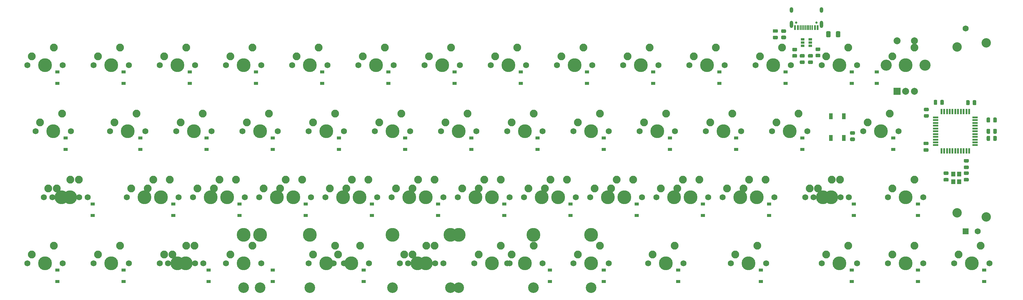
<source format=gbr>
%TF.GenerationSoftware,KiCad,Pcbnew,(5.1.9)-1*%
%TF.CreationDate,2021-09-16T08:02:45-07:00*%
%TF.ProjectId,letItSlide,6c657449-7453-46c6-9964-652e6b696361,rev?*%
%TF.SameCoordinates,Original*%
%TF.FileFunction,Soldermask,Bot*%
%TF.FilePolarity,Negative*%
%FSLAX46Y46*%
G04 Gerber Fmt 4.6, Leading zero omitted, Abs format (unit mm)*
G04 Created by KiCad (PCBNEW (5.1.9)-1) date 2021-09-16 08:02:45*
%MOMM*%
%LPD*%
G01*
G04 APERTURE LIST*
%ADD10R,1.200000X1.400000*%
%ADD11R,0.600000X1.450000*%
%ADD12R,0.300000X1.450000*%
%ADD13O,1.000000X2.100000*%
%ADD14C,0.650000*%
%ADD15O,1.000000X1.600000*%
%ADD16C,2.700000*%
%ADD17C,1.750000*%
%ADD18R,1.750000X1.750000*%
%ADD19R,1.060000X0.650000*%
%ADD20R,2.000000X2.000000*%
%ADD21C,2.000000*%
%ADD22C,3.200000*%
%ADD23R,1.100000X1.800000*%
%ADD24R,0.550000X1.500000*%
%ADD25R,1.500000X0.550000*%
%ADD26C,3.987800*%
%ADD27C,3.048000*%
%ADD28C,2.250000*%
%ADD29R,1.200000X0.900000*%
G04 APERTURE END LIST*
D10*
%TO.C,Y1*%
X289240000Y-59780000D03*
X289240000Y-57580000D03*
X287540000Y-57580000D03*
X287540000Y-59780000D03*
%TD*%
%TO.C,C10*%
G36*
G01*
X290815000Y-58720000D02*
X291765000Y-58720000D01*
G75*
G02*
X292015000Y-58970000I0J-250000D01*
G01*
X292015000Y-59470000D01*
G75*
G02*
X291765000Y-59720000I-250000J0D01*
G01*
X290815000Y-59720000D01*
G75*
G02*
X290565000Y-59470000I0J250000D01*
G01*
X290565000Y-58970000D01*
G75*
G02*
X290815000Y-58720000I250000J0D01*
G01*
G37*
G36*
G01*
X290815000Y-56820000D02*
X291765000Y-56820000D01*
G75*
G02*
X292015000Y-57070000I0J-250000D01*
G01*
X292015000Y-57570000D01*
G75*
G02*
X291765000Y-57820000I-250000J0D01*
G01*
X290815000Y-57820000D01*
G75*
G02*
X290565000Y-57570000I0J250000D01*
G01*
X290565000Y-57070000D01*
G75*
G02*
X290815000Y-56820000I250000J0D01*
G01*
G37*
%TD*%
%TO.C,C9*%
G36*
G01*
X285945000Y-57830000D02*
X284995000Y-57830000D01*
G75*
G02*
X284745000Y-57580000I0J250000D01*
G01*
X284745000Y-57080000D01*
G75*
G02*
X284995000Y-56830000I250000J0D01*
G01*
X285945000Y-56830000D01*
G75*
G02*
X286195000Y-57080000I0J-250000D01*
G01*
X286195000Y-57580000D01*
G75*
G02*
X285945000Y-57830000I-250000J0D01*
G01*
G37*
G36*
G01*
X285945000Y-59730000D02*
X284995000Y-59730000D01*
G75*
G02*
X284745000Y-59480000I0J250000D01*
G01*
X284745000Y-58980000D01*
G75*
G02*
X284995000Y-58730000I250000J0D01*
G01*
X285945000Y-58730000D01*
G75*
G02*
X286195000Y-58980000I0J-250000D01*
G01*
X286195000Y-59480000D01*
G75*
G02*
X285945000Y-59730000I-250000J0D01*
G01*
G37*
%TD*%
D11*
%TO.C,USB1*%
X248518956Y-15355947D03*
X247718956Y-15355947D03*
X242818956Y-15355947D03*
X242018956Y-15355947D03*
X242018956Y-15355947D03*
X242818956Y-15355947D03*
X247718956Y-15355947D03*
X248518956Y-15355947D03*
D12*
X243518956Y-15355947D03*
X244018956Y-15355947D03*
X244518956Y-15355947D03*
X245518956Y-15355947D03*
X246018956Y-15355947D03*
X246518956Y-15355947D03*
X247018956Y-15355947D03*
X245018956Y-15355947D03*
D13*
X249588956Y-14440947D03*
X240948956Y-14440947D03*
D14*
X242378956Y-13910947D03*
D15*
X240948956Y-10260947D03*
D14*
X248158956Y-13910947D03*
D15*
X249588956Y-10260947D03*
%TD*%
D16*
%TO.C,SLIDE1*%
X297058057Y-19727500D03*
X297058057Y-69927500D03*
X288658057Y-20927500D03*
X288658057Y-68727500D03*
D17*
X291108057Y-15577500D03*
X294608057Y-74077500D03*
D18*
X291108057Y-74077500D03*
%TD*%
D19*
%TO.C,U1*%
X244168956Y-19645329D03*
X244168956Y-18695329D03*
X244168956Y-20595329D03*
X246368956Y-20595329D03*
X246368956Y-19645329D03*
X246368956Y-18695329D03*
%TD*%
%TO.C,R4*%
G36*
G01*
X239170515Y-16864077D02*
X238270511Y-16864077D01*
G75*
G02*
X238020513Y-16614079I0J249998D01*
G01*
X238020513Y-16089075D01*
G75*
G02*
X238270511Y-15839077I249998J0D01*
G01*
X239170515Y-15839077D01*
G75*
G02*
X239420513Y-16089075I0J-249998D01*
G01*
X239420513Y-16614079D01*
G75*
G02*
X239170515Y-16864077I-249998J0D01*
G01*
G37*
G36*
G01*
X239170515Y-18689077D02*
X238270511Y-18689077D01*
G75*
G02*
X238020513Y-18439079I0J249998D01*
G01*
X238020513Y-17914075D01*
G75*
G02*
X238270511Y-17664077I249998J0D01*
G01*
X239170515Y-17664077D01*
G75*
G02*
X239420513Y-17914075I0J-249998D01*
G01*
X239420513Y-18439079D01*
G75*
G02*
X239170515Y-18689077I-249998J0D01*
G01*
G37*
%TD*%
%TO.C,C1*%
G36*
G01*
X236814261Y-16814077D02*
X235864261Y-16814077D01*
G75*
G02*
X235614261Y-16564077I0J250000D01*
G01*
X235614261Y-16064077D01*
G75*
G02*
X235864261Y-15814077I250000J0D01*
G01*
X236814261Y-15814077D01*
G75*
G02*
X237064261Y-16064077I0J-250000D01*
G01*
X237064261Y-16564077D01*
G75*
G02*
X236814261Y-16814077I-250000J0D01*
G01*
G37*
G36*
G01*
X236814261Y-18714077D02*
X235864261Y-18714077D01*
G75*
G02*
X235614261Y-18464077I0J250000D01*
G01*
X235614261Y-17964077D01*
G75*
G02*
X235864261Y-17714077I250000J0D01*
G01*
X236814261Y-17714077D01*
G75*
G02*
X237064261Y-17964077I0J-250000D01*
G01*
X237064261Y-18464077D01*
G75*
G02*
X236814261Y-18714077I-250000J0D01*
G01*
G37*
%TD*%
D20*
%TO.C,RE1*%
X271349700Y-33694392D03*
D21*
X273849700Y-33694392D03*
X276349700Y-33694392D03*
D22*
X268249700Y-26194392D03*
X279449700Y-26194392D03*
D21*
X271349700Y-19194392D03*
X276349700Y-19194392D03*
%TD*%
D23*
%TO.C,SW1*%
X256048651Y-47153162D03*
X256048651Y-40953162D03*
X252348651Y-47153162D03*
X252348651Y-40953162D03*
%TD*%
%TO.C,R3*%
G36*
G01*
X249050002Y-22087500D02*
X248149998Y-22087500D01*
G75*
G02*
X247900000Y-21837502I0J249998D01*
G01*
X247900000Y-21312498D01*
G75*
G02*
X248149998Y-21062500I249998J0D01*
G01*
X249050002Y-21062500D01*
G75*
G02*
X249300000Y-21312498I0J-249998D01*
G01*
X249300000Y-21837502D01*
G75*
G02*
X249050002Y-22087500I-249998J0D01*
G01*
G37*
G36*
G01*
X249050002Y-23912500D02*
X248149998Y-23912500D01*
G75*
G02*
X247900000Y-23662502I0J249998D01*
G01*
X247900000Y-23137498D01*
G75*
G02*
X248149998Y-22887500I249998J0D01*
G01*
X249050002Y-22887500D01*
G75*
G02*
X249300000Y-23137498I0J-249998D01*
G01*
X249300000Y-23662502D01*
G75*
G02*
X249050002Y-23912500I-249998J0D01*
G01*
G37*
%TD*%
%TO.C,R1*%
G36*
G01*
X242350002Y-22187500D02*
X241449998Y-22187500D01*
G75*
G02*
X241200000Y-21937502I0J249998D01*
G01*
X241200000Y-21412498D01*
G75*
G02*
X241449998Y-21162500I249998J0D01*
G01*
X242350002Y-21162500D01*
G75*
G02*
X242600000Y-21412498I0J-249998D01*
G01*
X242600000Y-21937502D01*
G75*
G02*
X242350002Y-22187500I-249998J0D01*
G01*
G37*
G36*
G01*
X242350002Y-24012500D02*
X241449998Y-24012500D01*
G75*
G02*
X241200000Y-23762502I0J249998D01*
G01*
X241200000Y-23237498D01*
G75*
G02*
X241449998Y-22987500I249998J0D01*
G01*
X242350002Y-22987500D01*
G75*
G02*
X242600000Y-23237498I0J-249998D01*
G01*
X242600000Y-23762502D01*
G75*
G02*
X242350002Y-24012500I-249998J0D01*
G01*
G37*
%TD*%
%TO.C,R7*%
G36*
G01*
X279347108Y-40285971D02*
X280247112Y-40285971D01*
G75*
G02*
X280497110Y-40535969I0J-249998D01*
G01*
X280497110Y-41060973D01*
G75*
G02*
X280247112Y-41310971I-249998J0D01*
G01*
X279347108Y-41310971D01*
G75*
G02*
X279097110Y-41060973I0J249998D01*
G01*
X279097110Y-40535969D01*
G75*
G02*
X279347108Y-40285971I249998J0D01*
G01*
G37*
G36*
G01*
X279347108Y-38460971D02*
X280247112Y-38460971D01*
G75*
G02*
X280497110Y-38710969I0J-249998D01*
G01*
X280497110Y-39235973D01*
G75*
G02*
X280247112Y-39485971I-249998J0D01*
G01*
X279347108Y-39485971D01*
G75*
G02*
X279097110Y-39235973I0J249998D01*
G01*
X279097110Y-38710969D01*
G75*
G02*
X279347108Y-38460971I249998J0D01*
G01*
G37*
%TD*%
%TO.C,R6*%
G36*
G01*
X244528332Y-24007833D02*
X243628328Y-24007833D01*
G75*
G02*
X243378330Y-23757835I0J249998D01*
G01*
X243378330Y-23232831D01*
G75*
G02*
X243628328Y-22982833I249998J0D01*
G01*
X244528332Y-22982833D01*
G75*
G02*
X244778330Y-23232831I0J-249998D01*
G01*
X244778330Y-23757835D01*
G75*
G02*
X244528332Y-24007833I-249998J0D01*
G01*
G37*
G36*
G01*
X244528332Y-25832833D02*
X243628328Y-25832833D01*
G75*
G02*
X243378330Y-25582835I0J249998D01*
G01*
X243378330Y-25057831D01*
G75*
G02*
X243628328Y-24807833I249998J0D01*
G01*
X244528332Y-24807833D01*
G75*
G02*
X244778330Y-25057831I0J-249998D01*
G01*
X244778330Y-25582835D01*
G75*
G02*
X244528332Y-25832833I-249998J0D01*
G01*
G37*
%TD*%
%TO.C,R5*%
G36*
G01*
X246909584Y-24007833D02*
X246009580Y-24007833D01*
G75*
G02*
X245759582Y-23757835I0J249998D01*
G01*
X245759582Y-23232831D01*
G75*
G02*
X246009580Y-22982833I249998J0D01*
G01*
X246909584Y-22982833D01*
G75*
G02*
X247159582Y-23232831I0J-249998D01*
G01*
X247159582Y-23757835D01*
G75*
G02*
X246909584Y-24007833I-249998J0D01*
G01*
G37*
G36*
G01*
X246909584Y-25832833D02*
X246009580Y-25832833D01*
G75*
G02*
X245759582Y-25582835I0J249998D01*
G01*
X245759582Y-25057831D01*
G75*
G02*
X246009580Y-24807833I249998J0D01*
G01*
X246909584Y-24807833D01*
G75*
G02*
X247159582Y-25057831I0J-249998D01*
G01*
X247159582Y-25582835D01*
G75*
G02*
X246909584Y-25832833I-249998J0D01*
G01*
G37*
%TD*%
%TO.C,R2*%
G36*
G01*
X259000002Y-46250000D02*
X258099998Y-46250000D01*
G75*
G02*
X257850000Y-46000002I0J249998D01*
G01*
X257850000Y-45474998D01*
G75*
G02*
X258099998Y-45225000I249998J0D01*
G01*
X259000002Y-45225000D01*
G75*
G02*
X259250000Y-45474998I0J-249998D01*
G01*
X259250000Y-46000002D01*
G75*
G02*
X259000002Y-46250000I-249998J0D01*
G01*
G37*
G36*
G01*
X259000002Y-48075000D02*
X258099998Y-48075000D01*
G75*
G02*
X257850000Y-47825002I0J249998D01*
G01*
X257850000Y-47299998D01*
G75*
G02*
X258099998Y-47050000I249998J0D01*
G01*
X259000002Y-47050000D01*
G75*
G02*
X259250000Y-47299998I0J-249998D01*
G01*
X259250000Y-47825002D01*
G75*
G02*
X259000002Y-48075000I-249998J0D01*
G01*
G37*
%TD*%
%TO.C,F1*%
G36*
G01*
X252233025Y-16639077D02*
X252233025Y-17889077D01*
G75*
G02*
X251983025Y-18139077I-250000J0D01*
G01*
X251233025Y-18139077D01*
G75*
G02*
X250983025Y-17889077I0J250000D01*
G01*
X250983025Y-16639077D01*
G75*
G02*
X251233025Y-16389077I250000J0D01*
G01*
X251983025Y-16389077D01*
G75*
G02*
X252233025Y-16639077I0J-250000D01*
G01*
G37*
G36*
G01*
X255033025Y-16639077D02*
X255033025Y-17889077D01*
G75*
G02*
X254783025Y-18139077I-250000J0D01*
G01*
X254033025Y-18139077D01*
G75*
G02*
X253783025Y-17889077I0J250000D01*
G01*
X253783025Y-16639077D01*
G75*
G02*
X254033025Y-16389077I250000J0D01*
G01*
X254783025Y-16389077D01*
G75*
G02*
X255033025Y-16639077I0J-250000D01*
G01*
G37*
%TD*%
%TO.C,C8*%
G36*
G01*
X283818988Y-37384406D02*
X283818988Y-36434406D01*
G75*
G02*
X284068988Y-36184406I250000J0D01*
G01*
X284568988Y-36184406D01*
G75*
G02*
X284818988Y-36434406I0J-250000D01*
G01*
X284818988Y-37384406D01*
G75*
G02*
X284568988Y-37634406I-250000J0D01*
G01*
X284068988Y-37634406D01*
G75*
G02*
X283818988Y-37384406I0J250000D01*
G01*
G37*
G36*
G01*
X281918988Y-37384406D02*
X281918988Y-36434406D01*
G75*
G02*
X282168988Y-36184406I250000J0D01*
G01*
X282668988Y-36184406D01*
G75*
G02*
X282918988Y-36434406I0J-250000D01*
G01*
X282918988Y-37384406D01*
G75*
G02*
X282668988Y-37634406I-250000J0D01*
G01*
X282168988Y-37634406D01*
G75*
G02*
X281918988Y-37384406I0J250000D01*
G01*
G37*
%TD*%
%TO.C,C7*%
G36*
G01*
X279225000Y-50150000D02*
X280175000Y-50150000D01*
G75*
G02*
X280425000Y-50400000I0J-250000D01*
G01*
X280425000Y-50900000D01*
G75*
G02*
X280175000Y-51150000I-250000J0D01*
G01*
X279225000Y-51150000D01*
G75*
G02*
X278975000Y-50900000I0J250000D01*
G01*
X278975000Y-50400000D01*
G75*
G02*
X279225000Y-50150000I250000J0D01*
G01*
G37*
G36*
G01*
X279225000Y-48250000D02*
X280175000Y-48250000D01*
G75*
G02*
X280425000Y-48500000I0J-250000D01*
G01*
X280425000Y-49000000D01*
G75*
G02*
X280175000Y-49250000I-250000J0D01*
G01*
X279225000Y-49250000D01*
G75*
G02*
X278975000Y-49000000I0J250000D01*
G01*
X278975000Y-48500000D01*
G75*
G02*
X279225000Y-48250000I250000J0D01*
G01*
G37*
%TD*%
%TO.C,C6*%
G36*
G01*
X299050000Y-47775000D02*
X299050000Y-46825000D01*
G75*
G02*
X299300000Y-46575000I250000J0D01*
G01*
X299800000Y-46575000D01*
G75*
G02*
X300050000Y-46825000I0J-250000D01*
G01*
X300050000Y-47775000D01*
G75*
G02*
X299800000Y-48025000I-250000J0D01*
G01*
X299300000Y-48025000D01*
G75*
G02*
X299050000Y-47775000I0J250000D01*
G01*
G37*
G36*
G01*
X297150000Y-47775000D02*
X297150000Y-46825000D01*
G75*
G02*
X297400000Y-46575000I250000J0D01*
G01*
X297900000Y-46575000D01*
G75*
G02*
X298150000Y-46825000I0J-250000D01*
G01*
X298150000Y-47775000D01*
G75*
G02*
X297900000Y-48025000I-250000J0D01*
G01*
X297400000Y-48025000D01*
G75*
G02*
X297150000Y-47775000I0J250000D01*
G01*
G37*
%TD*%
%TO.C,C5*%
G36*
G01*
X299050000Y-42475000D02*
X299050000Y-41525000D01*
G75*
G02*
X299300000Y-41275000I250000J0D01*
G01*
X299800000Y-41275000D01*
G75*
G02*
X300050000Y-41525000I0J-250000D01*
G01*
X300050000Y-42475000D01*
G75*
G02*
X299800000Y-42725000I-250000J0D01*
G01*
X299300000Y-42725000D01*
G75*
G02*
X299050000Y-42475000I0J250000D01*
G01*
G37*
G36*
G01*
X297150000Y-42475000D02*
X297150000Y-41525000D01*
G75*
G02*
X297400000Y-41275000I250000J0D01*
G01*
X297900000Y-41275000D01*
G75*
G02*
X298150000Y-41525000I0J-250000D01*
G01*
X298150000Y-42475000D01*
G75*
G02*
X297900000Y-42725000I-250000J0D01*
G01*
X297400000Y-42725000D01*
G75*
G02*
X297150000Y-42475000I0J250000D01*
G01*
G37*
%TD*%
%TO.C,C4*%
G36*
G01*
X290825000Y-55150000D02*
X291775000Y-55150000D01*
G75*
G02*
X292025000Y-55400000I0J-250000D01*
G01*
X292025000Y-55900000D01*
G75*
G02*
X291775000Y-56150000I-250000J0D01*
G01*
X290825000Y-56150000D01*
G75*
G02*
X290575000Y-55900000I0J250000D01*
G01*
X290575000Y-55400000D01*
G75*
G02*
X290825000Y-55150000I250000J0D01*
G01*
G37*
G36*
G01*
X290825000Y-53250000D02*
X291775000Y-53250000D01*
G75*
G02*
X292025000Y-53500000I0J-250000D01*
G01*
X292025000Y-54000000D01*
G75*
G02*
X291775000Y-54250000I-250000J0D01*
G01*
X290825000Y-54250000D01*
G75*
G02*
X290575000Y-54000000I0J250000D01*
G01*
X290575000Y-53500000D01*
G75*
G02*
X290825000Y-53250000I250000J0D01*
G01*
G37*
%TD*%
%TO.C,C3*%
G36*
G01*
X292250000Y-36525000D02*
X292250000Y-37475000D01*
G75*
G02*
X292000000Y-37725000I-250000J0D01*
G01*
X291500000Y-37725000D01*
G75*
G02*
X291250000Y-37475000I0J250000D01*
G01*
X291250000Y-36525000D01*
G75*
G02*
X291500000Y-36275000I250000J0D01*
G01*
X292000000Y-36275000D01*
G75*
G02*
X292250000Y-36525000I0J-250000D01*
G01*
G37*
G36*
G01*
X294150000Y-36525000D02*
X294150000Y-37475000D01*
G75*
G02*
X293900000Y-37725000I-250000J0D01*
G01*
X293400000Y-37725000D01*
G75*
G02*
X293150000Y-37475000I0J250000D01*
G01*
X293150000Y-36525000D01*
G75*
G02*
X293400000Y-36275000I250000J0D01*
G01*
X293900000Y-36275000D01*
G75*
G02*
X294150000Y-36525000I0J-250000D01*
G01*
G37*
%TD*%
%TO.C,C2*%
G36*
G01*
X299056499Y-45718788D02*
X299056499Y-44768788D01*
G75*
G02*
X299306499Y-44518788I250000J0D01*
G01*
X299806499Y-44518788D01*
G75*
G02*
X300056499Y-44768788I0J-250000D01*
G01*
X300056499Y-45718788D01*
G75*
G02*
X299806499Y-45968788I-250000J0D01*
G01*
X299306499Y-45968788D01*
G75*
G02*
X299056499Y-45718788I0J250000D01*
G01*
G37*
G36*
G01*
X297156499Y-45718788D02*
X297156499Y-44768788D01*
G75*
G02*
X297406499Y-44518788I250000J0D01*
G01*
X297906499Y-44518788D01*
G75*
G02*
X298156499Y-44768788I0J-250000D01*
G01*
X298156499Y-45718788D01*
G75*
G02*
X297906499Y-45968788I-250000J0D01*
G01*
X297406499Y-45968788D01*
G75*
G02*
X297156499Y-45718788I0J250000D01*
G01*
G37*
%TD*%
D24*
%TO.C,U2*%
X292131492Y-39543788D03*
X291331492Y-39543788D03*
X290531492Y-39543788D03*
X289731492Y-39543788D03*
X288931492Y-39543788D03*
X288131492Y-39543788D03*
X287331492Y-39543788D03*
X286531492Y-39543788D03*
X285731492Y-39543788D03*
X284931492Y-39543788D03*
X284131492Y-39543788D03*
D25*
X282431492Y-41243788D03*
X282431492Y-42043788D03*
X282431492Y-42843788D03*
X282431492Y-43643788D03*
X282431492Y-44443788D03*
X282431492Y-45243788D03*
X282431492Y-46043788D03*
X282431492Y-46843788D03*
X282431492Y-47643788D03*
X282431492Y-48443788D03*
X282431492Y-49243788D03*
D24*
X284131492Y-50943788D03*
X284931492Y-50943788D03*
X285731492Y-50943788D03*
X286531492Y-50943788D03*
X287331492Y-50943788D03*
X288131492Y-50943788D03*
X288931492Y-50943788D03*
X289731492Y-50943788D03*
X290531492Y-50943788D03*
X291331492Y-50943788D03*
X292131492Y-50943788D03*
D25*
X293831492Y-49243788D03*
X293831492Y-48443788D03*
X293831492Y-47643788D03*
X293831492Y-46843788D03*
X293831492Y-46043788D03*
X293831492Y-45243788D03*
X293831492Y-44443788D03*
X293831492Y-43643788D03*
X293831492Y-42843788D03*
X293831492Y-42043788D03*
X293831492Y-41243788D03*
%TD*%
D26*
%TO.C,MX44-6u1*%
X183356820Y-75089100D03*
X88106820Y-75089100D03*
D27*
X183356820Y-90329100D03*
X88106820Y-90329100D03*
D17*
X140811820Y-83344100D03*
X130651820Y-83344100D03*
D28*
X131921820Y-80804100D03*
D26*
X135731820Y-83344100D03*
D28*
X138271820Y-78264100D03*
%TD*%
%TO.C,MX44-6.25u1*%
X135890560Y-78264100D03*
D26*
X133350560Y-83344100D03*
D28*
X129540560Y-80804100D03*
D17*
X128270560Y-83344100D03*
X138430560Y-83344100D03*
D27*
X83350660Y-90329100D03*
X183350460Y-90329100D03*
D26*
X83350660Y-75089100D03*
X183350460Y-75089100D03*
%TD*%
D28*
%TO.C,MX44-3u1*%
X109696340Y-78263820D03*
X103346340Y-80803820D03*
D26*
X107156340Y-83343820D03*
D17*
X102076340Y-83343820D03*
X112236340Y-83343820D03*
D27*
X88106340Y-90328820D03*
X126206340Y-90328820D03*
D26*
X88106340Y-75088820D03*
X126206340Y-75088820D03*
%TD*%
D28*
%TO.C,MX45-3u1*%
X166846388Y-78263820D03*
X160496388Y-80803820D03*
D26*
X164306388Y-83343820D03*
D17*
X159226388Y-83343820D03*
X169386388Y-83343820D03*
D27*
X145256388Y-90328820D03*
X183356388Y-90328820D03*
D26*
X145256388Y-75088820D03*
X183356388Y-75088820D03*
%TD*%
D28*
%TO.C,MX42-1.25u1*%
X69215280Y-78264100D03*
D26*
X66675280Y-83344100D03*
D28*
X62865280Y-80804100D03*
D17*
X61595280Y-83344100D03*
X71755280Y-83344100D03*
%TD*%
%TO.C,MX30*%
X102711661Y-64294020D03*
X92551661Y-64294020D03*
D28*
X93821661Y-61754020D03*
D26*
X97631661Y-64294020D03*
D28*
X100171661Y-59214020D03*
%TD*%
D17*
%TO.C,MX37*%
X236062220Y-64294020D03*
X225902220Y-64294020D03*
D28*
X227172220Y-61754020D03*
D26*
X230982220Y-64294020D03*
D28*
X233522220Y-59214020D03*
%TD*%
D17*
%TO.C,MX35*%
X197962060Y-64294020D03*
X187802060Y-64294020D03*
D28*
X189072060Y-61754020D03*
D26*
X192882060Y-64294020D03*
D28*
X195422060Y-59214020D03*
%TD*%
D17*
%TO.C,MX33*%
X159861900Y-64294020D03*
X149701900Y-64294020D03*
D28*
X150971900Y-61754020D03*
D26*
X154781900Y-64294020D03*
D28*
X157321900Y-59214020D03*
%TD*%
D17*
%TO.C,MX31*%
X121761740Y-64294020D03*
X111601740Y-64294020D03*
D28*
X112871740Y-61754020D03*
D26*
X116681740Y-64294020D03*
D28*
X119221740Y-59214020D03*
%TD*%
D17*
%TO.C,MX29*%
X83661580Y-64294020D03*
X73501580Y-64294020D03*
D28*
X74771580Y-61754020D03*
D26*
X78581580Y-64294020D03*
D28*
X81121580Y-59214020D03*
%TD*%
D17*
%TO.C,MX36*%
X217012140Y-64294020D03*
X206852140Y-64294020D03*
D28*
X208122140Y-61754020D03*
D26*
X211932140Y-64294020D03*
D28*
X214472140Y-59214020D03*
%TD*%
D17*
%TO.C,MX32*%
X140811820Y-64294020D03*
X130651820Y-64294020D03*
D28*
X131921820Y-61754020D03*
D26*
X135731820Y-64294020D03*
D28*
X138271820Y-59214020D03*
%TD*%
D17*
%TO.C,MX34*%
X178911981Y-64294020D03*
X168751981Y-64294020D03*
D28*
X170021981Y-61754020D03*
D26*
X173831981Y-64294020D03*
D28*
X176371981Y-59214020D03*
%TD*%
D17*
%TO.C,MX28*%
X64611500Y-64294020D03*
X54451500Y-64294020D03*
D28*
X55721500Y-61754020D03*
D26*
X59531500Y-64294020D03*
D28*
X62071500Y-59214020D03*
%TD*%
%TO.C,MX37*%
X228759700Y-59214020D03*
D26*
X226219700Y-64294020D03*
D28*
X222409700Y-61754020D03*
D17*
X221139700Y-64294020D03*
X231299700Y-64294020D03*
%TD*%
D28*
%TO.C,MX36*%
X209709620Y-59214020D03*
D26*
X207169620Y-64294020D03*
D28*
X203359620Y-61754020D03*
D17*
X202089620Y-64294020D03*
X212249620Y-64294020D03*
%TD*%
D28*
%TO.C,MX35*%
X190659540Y-59214020D03*
D26*
X188119540Y-64294020D03*
D28*
X184309540Y-61754020D03*
D17*
X183039540Y-64294020D03*
X193199540Y-64294020D03*
%TD*%
D28*
%TO.C,MX34*%
X171609460Y-59214020D03*
D26*
X169069460Y-64294020D03*
D28*
X165259460Y-61754020D03*
D17*
X163989460Y-64294020D03*
X174149460Y-64294020D03*
%TD*%
D28*
%TO.C,MX33*%
X152559380Y-59214020D03*
D26*
X150019380Y-64294020D03*
D28*
X146209380Y-61754020D03*
D17*
X144939380Y-64294020D03*
X155099380Y-64294020D03*
%TD*%
D28*
%TO.C,MX32*%
X133509300Y-59214020D03*
D26*
X130969300Y-64294020D03*
D28*
X127159300Y-61754020D03*
D17*
X125889300Y-64294020D03*
X136049300Y-64294020D03*
%TD*%
D28*
%TO.C,MX31*%
X114459220Y-59214020D03*
D26*
X111919220Y-64294020D03*
D28*
X108109220Y-61754020D03*
D17*
X106839220Y-64294020D03*
X116999220Y-64294020D03*
%TD*%
D28*
%TO.C,MX30*%
X95409140Y-59214020D03*
D26*
X92869140Y-64294020D03*
D28*
X89059140Y-61754020D03*
D17*
X87789140Y-64294020D03*
X97949140Y-64294020D03*
%TD*%
D28*
%TO.C,MX29*%
X76359060Y-59214020D03*
D26*
X73819060Y-64294020D03*
D28*
X70009060Y-61754020D03*
D17*
X68739060Y-64294020D03*
X78899060Y-64294020D03*
%TD*%
D28*
%TO.C,MX28*%
X57308980Y-59214020D03*
D26*
X54768980Y-64294020D03*
D28*
X50958980Y-61754020D03*
D17*
X49688980Y-64294020D03*
X59848980Y-64294020D03*
%TD*%
D28*
%TO.C,MX38-1.25u1*%
X254953560Y-59214020D03*
D26*
X252413560Y-64294020D03*
D28*
X248603560Y-61754020D03*
D17*
X247333560Y-64294020D03*
X257493560Y-64294020D03*
%TD*%
D28*
%TO.C,MX27-1.75u1*%
X35877640Y-59214020D03*
D26*
X33337640Y-64294020D03*
D28*
X29527640Y-61754020D03*
D17*
X28257640Y-64294020D03*
X38417640Y-64294020D03*
%TD*%
D28*
%TO.C,MX52*%
X276384900Y-21113860D03*
D26*
X273844900Y-26193860D03*
D28*
X270034900Y-23653860D03*
D17*
X268764900Y-26193860D03*
X278924900Y-26193860D03*
%TD*%
D28*
%TO.C,MX51*%
X295434980Y-78264100D03*
D26*
X292894980Y-83344100D03*
D28*
X289084980Y-80804100D03*
D17*
X287814980Y-83344100D03*
X297974980Y-83344100D03*
%TD*%
D28*
%TO.C,MX50*%
X276384900Y-78264100D03*
D26*
X273844900Y-83344100D03*
D28*
X270034900Y-80804100D03*
D17*
X268764900Y-83344100D03*
X278924900Y-83344100D03*
%TD*%
D28*
%TO.C,MX49*%
X257334820Y-78264100D03*
D26*
X254794820Y-83344100D03*
D28*
X250984820Y-80804100D03*
D17*
X249714820Y-83344100D03*
X259874820Y-83344100D03*
%TD*%
D28*
%TO.C,MX48*%
X231140960Y-78264100D03*
D26*
X228600960Y-83344100D03*
D28*
X224790960Y-80804100D03*
D17*
X223520960Y-83344100D03*
X233680960Y-83344100D03*
%TD*%
D28*
%TO.C,MX47*%
X207328360Y-78264100D03*
D26*
X204788360Y-83344100D03*
D28*
X200978360Y-80804100D03*
D17*
X199708360Y-83344100D03*
X209868360Y-83344100D03*
%TD*%
D28*
%TO.C,MX46*%
X185897020Y-78264100D03*
D26*
X183357020Y-83344100D03*
D28*
X179547020Y-80804100D03*
D17*
X178277020Y-83344100D03*
X188437020Y-83344100D03*
%TD*%
D28*
%TO.C,MX45*%
X157321900Y-78264100D03*
D26*
X154781900Y-83344100D03*
D28*
X150971900Y-80804100D03*
D17*
X149701900Y-83344100D03*
X159861900Y-83344100D03*
D27*
X142875650Y-90329100D03*
X166688150Y-90329100D03*
D26*
X142875650Y-75089100D03*
X166688150Y-75089100D03*
%TD*%
D28*
%TO.C,MX44*%
X116840480Y-78264100D03*
D26*
X114300480Y-83344100D03*
D28*
X110490480Y-80804100D03*
D17*
X109220480Y-83344100D03*
X119380480Y-83344100D03*
D27*
X102394230Y-90329100D03*
X126206730Y-90329100D03*
D26*
X102394230Y-75089100D03*
X126206730Y-75089100D03*
%TD*%
D28*
%TO.C,MX43*%
X85884100Y-78264100D03*
D26*
X83344100Y-83344100D03*
D28*
X79534100Y-80804100D03*
D17*
X78264100Y-83344100D03*
X88424100Y-83344100D03*
%TD*%
D28*
%TO.C,MX42*%
X66834020Y-78264100D03*
D26*
X64294020Y-83344100D03*
D28*
X60484020Y-80804100D03*
D17*
X59214020Y-83344100D03*
X69374020Y-83344100D03*
%TD*%
D28*
%TO.C,MX41*%
X47783940Y-78264100D03*
D26*
X45243940Y-83344100D03*
D28*
X41433940Y-80804100D03*
D17*
X40163940Y-83344100D03*
X50323940Y-83344100D03*
%TD*%
D28*
%TO.C,MX40*%
X28733860Y-78264100D03*
D26*
X26193860Y-83344100D03*
D28*
X22383860Y-80804100D03*
D17*
X21113860Y-83344100D03*
X31273860Y-83344100D03*
%TD*%
D28*
%TO.C,MX39*%
X276384900Y-59214020D03*
D26*
X273844900Y-64294020D03*
D28*
X270034900Y-61754020D03*
D17*
X268764900Y-64294020D03*
X278924900Y-64294020D03*
%TD*%
D28*
%TO.C,MX38*%
X252572300Y-59214020D03*
D26*
X250032300Y-64294020D03*
D28*
X246222300Y-61754020D03*
D17*
X244952300Y-64294020D03*
X255112300Y-64294020D03*
%TD*%
D28*
%TO.C,MX27*%
X33496380Y-59214020D03*
D26*
X30956380Y-64294020D03*
D28*
X27146380Y-61754020D03*
D17*
X25876380Y-64294020D03*
X36036380Y-64294020D03*
%TD*%
D28*
%TO.C,MX26*%
X269241120Y-40163940D03*
D26*
X266701120Y-45243940D03*
D28*
X262891120Y-42703940D03*
D17*
X261621120Y-45243940D03*
X271781120Y-45243940D03*
%TD*%
D28*
%TO.C,MX25*%
X243047260Y-40163940D03*
D26*
X240507260Y-45243940D03*
D28*
X236697260Y-42703940D03*
D17*
X235427260Y-45243940D03*
X245587260Y-45243940D03*
%TD*%
D28*
%TO.C,MX24*%
X223997180Y-40163940D03*
D26*
X221457180Y-45243940D03*
D28*
X217647180Y-42703940D03*
D17*
X216377180Y-45243940D03*
X226537180Y-45243940D03*
%TD*%
D28*
%TO.C,MX23*%
X204947100Y-40163940D03*
D26*
X202407100Y-45243940D03*
D28*
X198597100Y-42703940D03*
D17*
X197327100Y-45243940D03*
X207487100Y-45243940D03*
%TD*%
D28*
%TO.C,MX22*%
X185897020Y-40163940D03*
D26*
X183357020Y-45243940D03*
D28*
X179547020Y-42703940D03*
D17*
X178277020Y-45243940D03*
X188437020Y-45243940D03*
%TD*%
D28*
%TO.C,MX21*%
X166846940Y-40163940D03*
D26*
X164306940Y-45243940D03*
D28*
X160496940Y-42703940D03*
D17*
X159226940Y-45243940D03*
X169386940Y-45243940D03*
%TD*%
D28*
%TO.C,MX20*%
X147796860Y-40163940D03*
D26*
X145256860Y-45243940D03*
D28*
X141446860Y-42703940D03*
D17*
X140176860Y-45243940D03*
X150336860Y-45243940D03*
%TD*%
D28*
%TO.C,MX19*%
X128746780Y-40163940D03*
D26*
X126206780Y-45243940D03*
D28*
X122396780Y-42703940D03*
D17*
X121126780Y-45243940D03*
X131286780Y-45243940D03*
%TD*%
D28*
%TO.C,MX18*%
X109696700Y-40163940D03*
D26*
X107156700Y-45243940D03*
D28*
X103346700Y-42703940D03*
D17*
X102076700Y-45243940D03*
X112236700Y-45243940D03*
%TD*%
D28*
%TO.C,MX17*%
X90646620Y-40163940D03*
D26*
X88106620Y-45243940D03*
D28*
X84296620Y-42703940D03*
D17*
X83026620Y-45243940D03*
X93186620Y-45243940D03*
%TD*%
D28*
%TO.C,MX16*%
X71596540Y-40163940D03*
D26*
X69056540Y-45243940D03*
D28*
X65246540Y-42703940D03*
D17*
X63976540Y-45243940D03*
X74136540Y-45243940D03*
%TD*%
D28*
%TO.C,MX15*%
X52546460Y-40163940D03*
D26*
X50006460Y-45243940D03*
D28*
X46196460Y-42703940D03*
D17*
X44926460Y-45243940D03*
X55086460Y-45243940D03*
%TD*%
D28*
%TO.C,MX14*%
X31115120Y-40163940D03*
D26*
X28575120Y-45243940D03*
D28*
X24765120Y-42703940D03*
D17*
X23495120Y-45243940D03*
X33655120Y-45243940D03*
%TD*%
D28*
%TO.C,MX13*%
X257334820Y-21113860D03*
D26*
X254794820Y-26193860D03*
D28*
X250984820Y-23653860D03*
D17*
X249714820Y-26193860D03*
X259874820Y-26193860D03*
%TD*%
D28*
%TO.C,MX12*%
X238284740Y-21113860D03*
D26*
X235744740Y-26193860D03*
D28*
X231934740Y-23653860D03*
D17*
X230664740Y-26193860D03*
X240824740Y-26193860D03*
%TD*%
D28*
%TO.C,MX11*%
X219234660Y-21113860D03*
D26*
X216694660Y-26193860D03*
D28*
X212884660Y-23653860D03*
D17*
X211614660Y-26193860D03*
X221774660Y-26193860D03*
%TD*%
D28*
%TO.C,MX10*%
X200184580Y-21113860D03*
D26*
X197644580Y-26193860D03*
D28*
X193834580Y-23653860D03*
D17*
X192564580Y-26193860D03*
X202724580Y-26193860D03*
%TD*%
D28*
%TO.C,MX9*%
X181134500Y-21113860D03*
D26*
X178594500Y-26193860D03*
D28*
X174784500Y-23653860D03*
D17*
X173514500Y-26193860D03*
X183674500Y-26193860D03*
%TD*%
D28*
%TO.C,MX8*%
X162084420Y-21113860D03*
D26*
X159544420Y-26193860D03*
D28*
X155734420Y-23653860D03*
D17*
X154464420Y-26193860D03*
X164624420Y-26193860D03*
%TD*%
D28*
%TO.C,MX7*%
X143034340Y-21113860D03*
D26*
X140494340Y-26193860D03*
D28*
X136684340Y-23653860D03*
D17*
X135414340Y-26193860D03*
X145574340Y-26193860D03*
%TD*%
D28*
%TO.C,MX6*%
X123984260Y-21113860D03*
D26*
X121444260Y-26193860D03*
D28*
X117634260Y-23653860D03*
D17*
X116364260Y-26193860D03*
X126524260Y-26193860D03*
%TD*%
D28*
%TO.C,MX5*%
X104934180Y-21113860D03*
D26*
X102394180Y-26193860D03*
D28*
X98584180Y-23653860D03*
D17*
X97314180Y-26193860D03*
X107474180Y-26193860D03*
%TD*%
D28*
%TO.C,MX4*%
X85884100Y-21113860D03*
D26*
X83344100Y-26193860D03*
D28*
X79534100Y-23653860D03*
D17*
X78264100Y-26193860D03*
X88424100Y-26193860D03*
%TD*%
D28*
%TO.C,MX3*%
X66834020Y-21113860D03*
D26*
X64294020Y-26193860D03*
D28*
X60484020Y-23653860D03*
D17*
X59214020Y-26193860D03*
X69374020Y-26193860D03*
%TD*%
D28*
%TO.C,MX2*%
X47783940Y-21113860D03*
D26*
X45243940Y-26193860D03*
D28*
X41433940Y-23653860D03*
D17*
X40163940Y-26193860D03*
X50323940Y-26193860D03*
%TD*%
D28*
%TO.C,MX1*%
X28733860Y-21113860D03*
D26*
X26193860Y-26193860D03*
D28*
X22383860Y-23653860D03*
D17*
X21113860Y-26193860D03*
X31273860Y-26193860D03*
%TD*%
D29*
%TO.C,D52*%
X265509598Y-28115650D03*
X265509598Y-31415650D03*
%TD*%
%TO.C,D51*%
X296465874Y-85265698D03*
X296465874Y-88565698D03*
%TD*%
%TO.C,D50*%
X277415858Y-85265698D03*
X277415858Y-88565698D03*
%TD*%
%TO.C,D49*%
X258365842Y-85265698D03*
X258365842Y-88565698D03*
%TD*%
%TO.C,D48*%
X232172070Y-85265698D03*
X232172070Y-88565698D03*
%TD*%
%TO.C,D47*%
X208359550Y-85265698D03*
X208359550Y-88565698D03*
%TD*%
%TO.C,D46*%
X186928282Y-85265698D03*
X186928282Y-88565698D03*
%TD*%
%TO.C,D45*%
X171450144Y-85265698D03*
X171450144Y-88565698D03*
%TD*%
%TO.C,D44*%
X117871974Y-85265698D03*
X117871974Y-88565698D03*
%TD*%
%TO.C,D43*%
X91678202Y-85265698D03*
X91678202Y-88565698D03*
%TD*%
%TO.C,D42*%
X73223499Y-85265698D03*
X73223499Y-88565698D03*
%TD*%
%TO.C,D41*%
X48815666Y-85265698D03*
X48815666Y-88565698D03*
%TD*%
%TO.C,D40*%
X29765650Y-85265698D03*
X29765650Y-88565698D03*
%TD*%
%TO.C,D39*%
X277415858Y-66215682D03*
X277415858Y-69515682D03*
%TD*%
%TO.C,D38*%
X258961155Y-66215682D03*
X258961155Y-69515682D03*
%TD*%
%TO.C,D37*%
X234553322Y-66215682D03*
X234553322Y-69515682D03*
%TD*%
%TO.C,D36*%
X215503306Y-66215682D03*
X215503306Y-69515682D03*
%TD*%
%TO.C,D35*%
X196453290Y-66215682D03*
X196453290Y-69515682D03*
%TD*%
%TO.C,D34*%
X177403274Y-66215682D03*
X177403274Y-69515682D03*
%TD*%
%TO.C,D33*%
X158353258Y-66215682D03*
X158353258Y-69515682D03*
%TD*%
%TO.C,D32*%
X139303242Y-66215682D03*
X139303242Y-69515682D03*
%TD*%
%TO.C,D31*%
X120253226Y-66215682D03*
X120253226Y-69515682D03*
%TD*%
%TO.C,D30*%
X101203210Y-66215682D03*
X101203210Y-69515682D03*
%TD*%
%TO.C,D29*%
X82153194Y-66215682D03*
X82153194Y-69515682D03*
%TD*%
%TO.C,D28*%
X63103178Y-66215682D03*
X63103178Y-69515682D03*
%TD*%
%TO.C,D27*%
X39885971Y-66215682D03*
X39885971Y-69515682D03*
%TD*%
%TO.C,D26*%
X270272102Y-47165666D03*
X270272102Y-50465666D03*
%TD*%
%TO.C,D25*%
X244078330Y-47165666D03*
X244078330Y-50465666D03*
%TD*%
%TO.C,D24*%
X225028314Y-47165666D03*
X225028314Y-50465666D03*
%TD*%
%TO.C,D23*%
X205978298Y-47165666D03*
X205978298Y-50465666D03*
%TD*%
%TO.C,D22*%
X186928282Y-47165666D03*
X186928282Y-50465666D03*
%TD*%
%TO.C,D21*%
X167878266Y-47165666D03*
X167878266Y-50465666D03*
%TD*%
%TO.C,D20*%
X148828250Y-47165666D03*
X148828250Y-50465666D03*
%TD*%
%TO.C,D19*%
X129778234Y-47165666D03*
X129778234Y-50465666D03*
%TD*%
%TO.C,D18*%
X110728218Y-47165666D03*
X110728218Y-50465666D03*
%TD*%
%TO.C,D17*%
X91678202Y-47165666D03*
X91678202Y-50465666D03*
%TD*%
%TO.C,D16*%
X72628186Y-47165666D03*
X72628186Y-50465666D03*
%TD*%
%TO.C,D15*%
X53578170Y-47165666D03*
X53578170Y-50465666D03*
%TD*%
%TO.C,D14*%
X32146902Y-47165666D03*
X32146902Y-50465666D03*
%TD*%
%TO.C,D13*%
X258365842Y-28115650D03*
X258365842Y-31415650D03*
%TD*%
%TO.C,D12*%
X239315826Y-28115650D03*
X239315826Y-31415650D03*
%TD*%
%TO.C,D11*%
X220265810Y-28115650D03*
X220265810Y-31415650D03*
%TD*%
%TO.C,D10*%
X201215794Y-28115650D03*
X201215794Y-31415650D03*
%TD*%
%TO.C,D9*%
X182165778Y-28115650D03*
X182165778Y-31415650D03*
%TD*%
%TO.C,D8*%
X163115762Y-28115650D03*
X163115762Y-31415650D03*
%TD*%
%TO.C,D7*%
X144065746Y-28115650D03*
X144065746Y-31415650D03*
%TD*%
%TO.C,D6*%
X125015730Y-28115650D03*
X125015730Y-31415650D03*
%TD*%
%TO.C,D5*%
X105965714Y-28115650D03*
X105965714Y-31415650D03*
%TD*%
%TO.C,D4*%
X86915698Y-28115650D03*
X86915698Y-31415650D03*
%TD*%
%TO.C,D3*%
X67865682Y-28115650D03*
X67865682Y-31415650D03*
%TD*%
%TO.C,D2*%
X48815666Y-28115650D03*
X48815666Y-31415650D03*
%TD*%
%TO.C,D1*%
X29765650Y-28115650D03*
X29765650Y-31415650D03*
%TD*%
M02*

</source>
